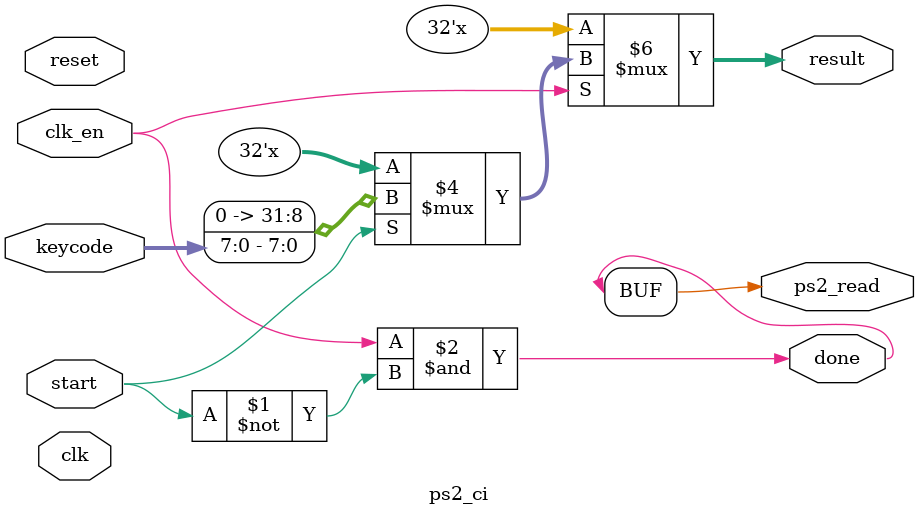
<source format=v>
module ps2_ci (
    input             clk,
    input             clk_en,
    input             reset,
    input             start,
    input       [7:0] keycode,
    output            ps2_read,
    output            done,
    output reg [31:0] result
);

    assign done = clk_en & ~start;
    assign ps2_read = done;

    always @ ( clk ) begin
        if ( clk_en ) begin
            if ( start ) begin
                result <= keycode;
            end
        end
    end

endmodule // ps2_ci

    // OLD FSM IMPLEMENTATION
    // /***************************************************************************
    //  *
    //  * FSM states
    //  *
    //  **************************************************************************/
    //
    // parameter IDLE_DONE            = 8'h00;
    // parameter IDLE_STARTED         = 8'h01;
    // parameter IDLE_NEW             = 8'h02;
    // parameter WORKING_DONE         = 8'h10;
    // parameter WORKING_STARTED      = 8'h11;
    // parameter WORKING_NEW          = 8'h12;
    // parameter NEW_DONE             = 8'h20;
    // parameter NEW_STARTED          = 8'h21;
    // parameter NEW_NEW              = 8'h22;
    // parameter WORKING_MULT_DONE    = 8'h30;
    // parameter WORKING_MULT_STARTED = 8'h31;
    // parameter WORKING_MULT_NEW     = 8'h32;
    // parameter NEW_MULT_DONE        = 8'h40;
    // parameter NEW_MULT_STARTED     = 8'h41;
    // parameter NEW_MULT_NEW         = 8'h42;
    //
    // /***************************************************************************
    //  *
    //  * Internal variables
    //  *
    //  **************************************************************************/
    //
    // reg  [7:0] state;
    // wire [7:0] next_state;
    //
    // /*
    //  * Variables used for the PS2 interface
    //  */
    // wire       clk2, ps2_clk_syn0, ps2_dat_syn0;
    // reg        ps2_clk_syn1, ps2_clk_in, ps2_dat_syn1, ps2_dat_in;
    // reg  [3:0] cnt;
    // reg  [7:0] keycode_in;
    // reg [31:0] keycode_reg, cnt2;
    // reg [15:0] clk_div;
    //
    // /***************************************************************************
    //  *
    //  * FSM implementation
    //  *
    //  **************************************************************************/
    //
    // assign next_state = fsm_function(state, clk_en, start, done, cnt, keycode_in);
    //
    // always @ ( posedge clk ) begin
    //     if ( reset )
    //         state <= IDLE_DONE;
    //     else
    //         state <= next_state;
    // end
    //
    // function [7:0] fsm_function;
    //     input       state;
    //     input       clk_en;
    //     input       start;
    //     input       done;
    //     input [3:0] cnt;
    //     input [7:0] keycode_in;
    //
    //     case ( state )
    //         IDLE_DONE:
    //             if ( start )
    //                 fsm_function = IDLE_STARTED;
    //             else if ( cnt > 0 )
    //                 fsm_function = WORKING_DONE;
    //             else
    //                 fsm_function = IDLE_DONE;
    //         IDLE_STARTED:
    //             if ( done || !clk_en )
    //                 fsm_function = IDLE_DONE;
    //             else
    //                 fsm_function = IDLE_STARTED;
    //         IDLE_NEW:
    //             if ( start )
    //                 fsm_function = IDLE_STARTED;
    //             else if ( cnt > 0 )
    //                 fsm_function = WORKING_NEW;
    //             else
    //                 fsm_function = IDLE_NEW;
    //         WORKING_DONE:
    //             if ( start )
    //                 fsm_function = WORKING_STARTED;
    //             else if ( cnt >= 10 )
    //                 fsm_function = NEW_DONE;
    //             else
    //                 fsm_function = WORKING_DONE;
    //         WORKING_STARTED:
    //             if ( done || !clk_en )
    //                 fsm_function = WORKING_DONE;
    //             else
    //                 fsm_function = WORKING_STARTED;
    //         WORKING_NEW:
    //             if ( start )
    //                 fsm_function = WORKING_STARTED;
    //             else if ( cnt >= 10 )
    //                 fsm_function = NEW_NEW;
    //             else
    //                 fsm_function = WORKING_NEW;
    //         NEW_DONE:
    //             if ( start ) begin
    //                 fsm_function = NEW_STARTED;
    //             end else if ( cnt == 0 ) begin
    //                 if ( keycode_in == 8'hf0 || keycode_in == 8'he0 )
    //                     fsm_function = WORKING_MULT_DONE;
    //                 else
    //                     fsm_function = IDLE_NEW;
    //             end else begin
    //                 fsm_function = NEW_DONE;
    //             end
    //         NEW_STARTED:
    //             if ( done || !clk_en )
    //                 fsm_function = NEW_DONE;
    //             else
    //                 fsm_function = NEW_STARTED;
    //         NEW_NEW:
    //             if ( start ) begin
    //                 fsm_function = NEW_STARTED;
    //             end else if ( cnt == 0 ) begin
    //                 if ( keycode_in == 8'hf0 || keycode_in == 8'he0 )
    //                     fsm_function = WORKING_MULT_NEW;
    //                 else
    //                     fsm_function = IDLE_NEW;
    //             end else begin
    //                 fsm_function = NEW_NEW;
    //             end
    //         WORKING_MULT_DONE:
    //             if ( start )
    //                 fsm_function = WORKING_MULT_STARTED;
    //             else if ( cnt >= 10 )
    //                 fsm_function = NEW_MULT_DONE;
    //             else
    //                 fsm_function = WORKING_MULT_DONE;
    //         WORKING_MULT_STARTED:
    //             if ( done || !clk_en )
    //                 fsm_function = WORKING_MULT_DONE;
    //             else
    //                 fsm_function = WORKING_MULT_STARTED;
    //         WORKING_MULT_NEW:
    //             if ( start )
    //                 fsm_function = WORKING_MULT_STARTED;
    //             else if ( cnt >= 10 )
    //                 fsm_function = NEW_MULT_NEW;
    //             else
    //                 fsm_function = WORKING_MULT_NEW;
    //         NEW_MULT_DONE:
    //             if ( start ) begin
    //                 fsm_function = NEW_MULT_STARTED;
    //             end else if ( cnt == 0 ) begin
    //                 if ( keycode_in == 8'hf0 || keycode_in == 8'he0 )
    //                     fsm_function = WORKING_MULT_DONE;
    //                 else
    //                     fsm_function = IDLE_NEW;
    //             end else begin
    //                 fsm_function = NEW_MULT_DONE;
    //             end
    //         NEW_MULT_STARTED:
    //             if ( done || !clk_en )
    //                 fsm_function = NEW_MULT_DONE;
    //             else
    //                 fsm_function = NEW_MULT_STARTED;
    //         NEW_MULT_NEW:
    //             if ( start ) begin
    //                 fsm_function = NEW_MULT_STARTED;
    //             end else if ( cnt == 0 ) begin
    //                 if ( keycode_in == 8'hf0 || keycode_in == 8'he0 )
    //                     fsm_function = WORKING_MULT_NEW;
    //                 else
    //                     fsm_function = IDLE_NEW;
    //             end else begin
    //                 fsm_function = NEW_MULT_NEW;
    //             end
    //         default: fsm_function = IDLE_DONE;
    //     endcase
    // endfunction
    //
    // /*
    //  * Output logic
    //  */
    // always @ ( posedge clk ) begin
    //     if ( reset ) begin
    //         result <= 0;
    //     end else begin
    //         case ( state )
    //             IDLE_DONE: begin
    //                 result <= 0;
    //                 done <= 0;
    //             end
    //             IDLE_STARTED: begin
    //                 done <= 1;
    //             end
    //             IDLE_NEW: begin
    //                 result <= keycode_reg;
    //             end
    //             WORKING_DONE: begin
    //                 result <= 0;
    //                 done <= 0;
    //             end
    //             WORKING_STARTED: begin
    //                 done <= 1;
    //             end
    //             WORKING_NEW: begin
    //                 result <= keycode_reg;
    //             end
    //             NEW_DONE: begin
    //                 keycode_reg[31:8] <= 0;
    //                 keycode_reg[7:0] <= keycode_in;
    //                 result <= 0;
    //                 done <= 0;
    //             end
    //             NEW_STARTED: begin
    //                 done <= 1;
    //             end
    //             NEW_NEW: begin
    //                 keycode_reg[31:8] <= 0;
    //                 keycode_reg[7:0] <= keycode_in;
    //             end
    //             WORKING_MULT_DONE: begin
    //                 result <= 0;
    //                 done <= 0;
    //             end
    //             WORKING_MULT_STARTED: begin
    //                 done <= 1;
    //             end
    //             WORKING_MULT_NEW: begin
    //             end
    //             NEW_MULT_DONE: begin
    //                 keycode_reg[31:8] <= keycode_reg[23:0];
    //                 keycode_reg[7:0] <= keycode_in;
    //                 result <= 0;
    //                 done <= 0;
    //             end
    //             NEW_MULT_STARTED: begin
    //                 done <= 1;
    //             end
    //             NEW_MULT_NEW: begin
    //                 keycode_reg[31:8] <= keycode_reg[23:0];
    //                 keycode_reg[7:0] <= keycode_in;
    //             end
    //             default:
    //                 result <= 0;
    //         endcase
    //     end
    //     result <= keycode_reg;
    // end
    //

</source>
